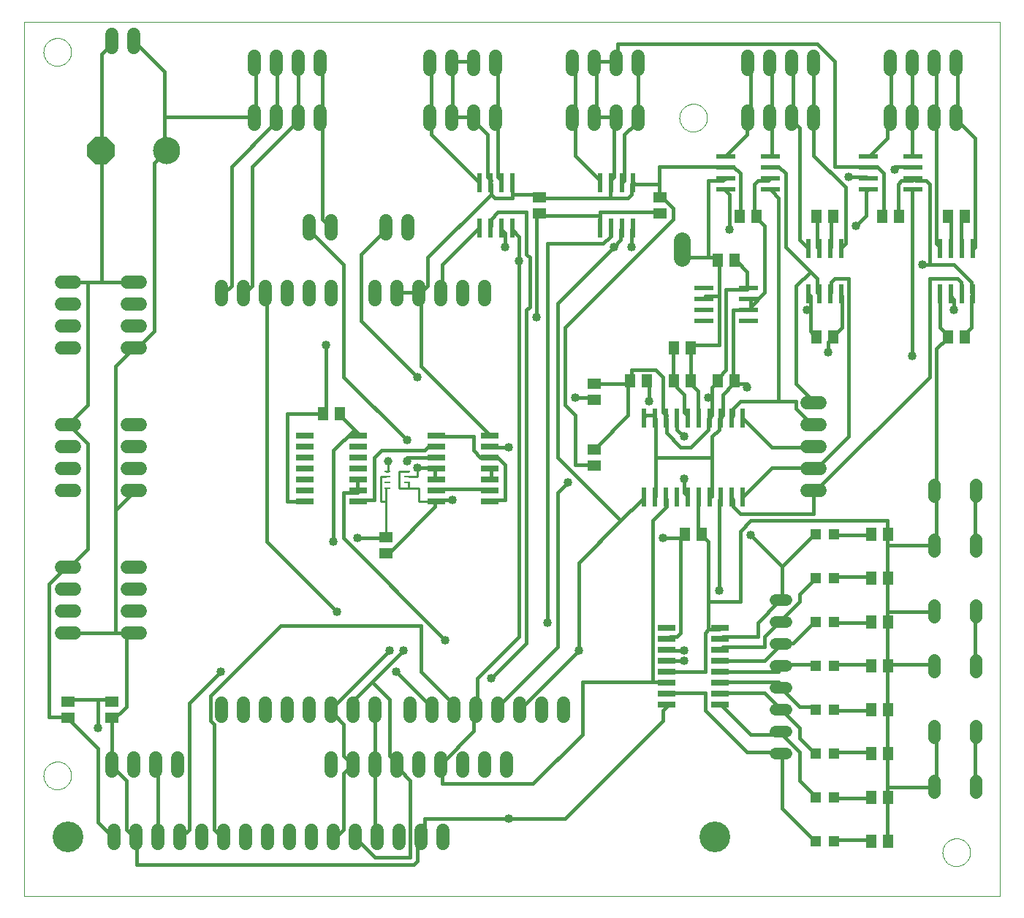
<source format=gtl>
G75*
G70*
%OFA0B0*%
%FSLAX24Y24*%
%IPPOS*%
%LPD*%
%AMOC8*
5,1,8,0,0,1.08239X$1,22.5*
%
%ADD10C,0.0000*%
%ADD11R,0.0236X0.0866*%
%ADD12R,0.0160X0.0080*%
%ADD13R,0.0866X0.0236*%
%ADD14C,0.0600*%
%ADD15R,0.0800X0.0260*%
%ADD16C,0.0554*%
%ADD17C,0.1400*%
%ADD18R,0.0591X0.0512*%
%ADD19R,0.0512X0.0591*%
%ADD20C,0.0780*%
%ADD21C,0.0520*%
%ADD22R,0.0472X0.0472*%
%ADD23OC8,0.1240*%
%ADD24C,0.1240*%
%ADD25C,0.0160*%
%ADD26C,0.0400*%
%ADD27C,0.0100*%
%ADD28C,0.0396*%
D10*
X000272Y000101D02*
X000272Y039971D01*
X044764Y039971D01*
X044764Y000101D01*
X000272Y000101D01*
X001142Y005601D02*
X001144Y005651D01*
X001150Y005701D01*
X001160Y005750D01*
X001174Y005798D01*
X001191Y005845D01*
X001212Y005890D01*
X001237Y005934D01*
X001265Y005975D01*
X001297Y006014D01*
X001331Y006051D01*
X001368Y006085D01*
X001408Y006115D01*
X001450Y006142D01*
X001494Y006166D01*
X001540Y006187D01*
X001587Y006203D01*
X001635Y006216D01*
X001685Y006225D01*
X001734Y006230D01*
X001785Y006231D01*
X001835Y006228D01*
X001884Y006221D01*
X001933Y006210D01*
X001981Y006195D01*
X002027Y006177D01*
X002072Y006155D01*
X002115Y006129D01*
X002156Y006100D01*
X002195Y006068D01*
X002231Y006033D01*
X002263Y005995D01*
X002293Y005955D01*
X002320Y005912D01*
X002343Y005868D01*
X002362Y005822D01*
X002378Y005774D01*
X002390Y005725D01*
X002398Y005676D01*
X002402Y005626D01*
X002402Y005576D01*
X002398Y005526D01*
X002390Y005477D01*
X002378Y005428D01*
X002362Y005380D01*
X002343Y005334D01*
X002320Y005290D01*
X002293Y005247D01*
X002263Y005207D01*
X002231Y005169D01*
X002195Y005134D01*
X002156Y005102D01*
X002115Y005073D01*
X002072Y005047D01*
X002027Y005025D01*
X001981Y005007D01*
X001933Y004992D01*
X001884Y004981D01*
X001835Y004974D01*
X001785Y004971D01*
X001734Y004972D01*
X001685Y004977D01*
X001635Y004986D01*
X001587Y004999D01*
X001540Y005015D01*
X001494Y005036D01*
X001450Y005060D01*
X001408Y005087D01*
X001368Y005117D01*
X001331Y005151D01*
X001297Y005188D01*
X001265Y005227D01*
X001237Y005268D01*
X001212Y005312D01*
X001191Y005357D01*
X001174Y005404D01*
X001160Y005452D01*
X001150Y005501D01*
X001144Y005551D01*
X001142Y005601D01*
X030142Y035601D02*
X030144Y035651D01*
X030150Y035701D01*
X030160Y035750D01*
X030174Y035798D01*
X030191Y035845D01*
X030212Y035890D01*
X030237Y035934D01*
X030265Y035975D01*
X030297Y036014D01*
X030331Y036051D01*
X030368Y036085D01*
X030408Y036115D01*
X030450Y036142D01*
X030494Y036166D01*
X030540Y036187D01*
X030587Y036203D01*
X030635Y036216D01*
X030685Y036225D01*
X030734Y036230D01*
X030785Y036231D01*
X030835Y036228D01*
X030884Y036221D01*
X030933Y036210D01*
X030981Y036195D01*
X031027Y036177D01*
X031072Y036155D01*
X031115Y036129D01*
X031156Y036100D01*
X031195Y036068D01*
X031231Y036033D01*
X031263Y035995D01*
X031293Y035955D01*
X031320Y035912D01*
X031343Y035868D01*
X031362Y035822D01*
X031378Y035774D01*
X031390Y035725D01*
X031398Y035676D01*
X031402Y035626D01*
X031402Y035576D01*
X031398Y035526D01*
X031390Y035477D01*
X031378Y035428D01*
X031362Y035380D01*
X031343Y035334D01*
X031320Y035290D01*
X031293Y035247D01*
X031263Y035207D01*
X031231Y035169D01*
X031195Y035134D01*
X031156Y035102D01*
X031115Y035073D01*
X031072Y035047D01*
X031027Y035025D01*
X030981Y035007D01*
X030933Y034992D01*
X030884Y034981D01*
X030835Y034974D01*
X030785Y034971D01*
X030734Y034972D01*
X030685Y034977D01*
X030635Y034986D01*
X030587Y034999D01*
X030540Y035015D01*
X030494Y035036D01*
X030450Y035060D01*
X030408Y035087D01*
X030368Y035117D01*
X030331Y035151D01*
X030297Y035188D01*
X030265Y035227D01*
X030237Y035268D01*
X030212Y035312D01*
X030191Y035357D01*
X030174Y035404D01*
X030160Y035452D01*
X030150Y035501D01*
X030144Y035551D01*
X030142Y035601D01*
X001142Y038601D02*
X001144Y038651D01*
X001150Y038701D01*
X001160Y038750D01*
X001174Y038798D01*
X001191Y038845D01*
X001212Y038890D01*
X001237Y038934D01*
X001265Y038975D01*
X001297Y039014D01*
X001331Y039051D01*
X001368Y039085D01*
X001408Y039115D01*
X001450Y039142D01*
X001494Y039166D01*
X001540Y039187D01*
X001587Y039203D01*
X001635Y039216D01*
X001685Y039225D01*
X001734Y039230D01*
X001785Y039231D01*
X001835Y039228D01*
X001884Y039221D01*
X001933Y039210D01*
X001981Y039195D01*
X002027Y039177D01*
X002072Y039155D01*
X002115Y039129D01*
X002156Y039100D01*
X002195Y039068D01*
X002231Y039033D01*
X002263Y038995D01*
X002293Y038955D01*
X002320Y038912D01*
X002343Y038868D01*
X002362Y038822D01*
X002378Y038774D01*
X002390Y038725D01*
X002398Y038676D01*
X002402Y038626D01*
X002402Y038576D01*
X002398Y038526D01*
X002390Y038477D01*
X002378Y038428D01*
X002362Y038380D01*
X002343Y038334D01*
X002320Y038290D01*
X002293Y038247D01*
X002263Y038207D01*
X002231Y038169D01*
X002195Y038134D01*
X002156Y038102D01*
X002115Y038073D01*
X002072Y038047D01*
X002027Y038025D01*
X001981Y038007D01*
X001933Y037992D01*
X001884Y037981D01*
X001835Y037974D01*
X001785Y037971D01*
X001734Y037972D01*
X001685Y037977D01*
X001635Y037986D01*
X001587Y037999D01*
X001540Y038015D01*
X001494Y038036D01*
X001450Y038060D01*
X001408Y038087D01*
X001368Y038117D01*
X001331Y038151D01*
X001297Y038188D01*
X001265Y038227D01*
X001237Y038268D01*
X001212Y038312D01*
X001191Y038357D01*
X001174Y038404D01*
X001160Y038452D01*
X001150Y038501D01*
X001144Y038551D01*
X001142Y038601D01*
X042142Y002101D02*
X042144Y002151D01*
X042150Y002201D01*
X042160Y002250D01*
X042174Y002298D01*
X042191Y002345D01*
X042212Y002390D01*
X042237Y002434D01*
X042265Y002475D01*
X042297Y002514D01*
X042331Y002551D01*
X042368Y002585D01*
X042408Y002615D01*
X042450Y002642D01*
X042494Y002666D01*
X042540Y002687D01*
X042587Y002703D01*
X042635Y002716D01*
X042685Y002725D01*
X042734Y002730D01*
X042785Y002731D01*
X042835Y002728D01*
X042884Y002721D01*
X042933Y002710D01*
X042981Y002695D01*
X043027Y002677D01*
X043072Y002655D01*
X043115Y002629D01*
X043156Y002600D01*
X043195Y002568D01*
X043231Y002533D01*
X043263Y002495D01*
X043293Y002455D01*
X043320Y002412D01*
X043343Y002368D01*
X043362Y002322D01*
X043378Y002274D01*
X043390Y002225D01*
X043398Y002176D01*
X043402Y002126D01*
X043402Y002076D01*
X043398Y002026D01*
X043390Y001977D01*
X043378Y001928D01*
X043362Y001880D01*
X043343Y001834D01*
X043320Y001790D01*
X043293Y001747D01*
X043263Y001707D01*
X043231Y001669D01*
X043195Y001634D01*
X043156Y001602D01*
X043115Y001573D01*
X043072Y001547D01*
X043027Y001525D01*
X042981Y001507D01*
X042933Y001492D01*
X042884Y001481D01*
X042835Y001474D01*
X042785Y001471D01*
X042734Y001472D01*
X042685Y001477D01*
X042635Y001486D01*
X042587Y001499D01*
X042540Y001515D01*
X042494Y001536D01*
X042450Y001560D01*
X042408Y001587D01*
X042368Y001617D01*
X042331Y001651D01*
X042297Y001688D01*
X042265Y001727D01*
X042237Y001768D01*
X042212Y001812D01*
X042191Y001857D01*
X042174Y001904D01*
X042160Y001952D01*
X042150Y002001D01*
X042144Y002051D01*
X042142Y002101D01*
D11*
X033022Y018290D03*
X032522Y018290D03*
X032022Y018290D03*
X031522Y018290D03*
X031022Y018290D03*
X030522Y018290D03*
X030022Y018290D03*
X029522Y018290D03*
X029022Y018290D03*
X028522Y018290D03*
X028522Y021912D03*
X029022Y021912D03*
X029522Y021912D03*
X030022Y021912D03*
X030522Y021912D03*
X031022Y021912D03*
X031522Y021912D03*
X032022Y021912D03*
X032522Y021912D03*
X033022Y021912D03*
X036022Y027577D03*
X036522Y027577D03*
X037022Y027577D03*
X037522Y027577D03*
X037522Y029624D03*
X037022Y029624D03*
X036522Y029624D03*
X036022Y029624D03*
X042022Y029624D03*
X042522Y029624D03*
X043022Y029624D03*
X043522Y029624D03*
X043522Y027577D03*
X043022Y027577D03*
X042522Y027577D03*
X042022Y027577D03*
X028022Y030577D03*
X027522Y030577D03*
X027022Y030577D03*
X026522Y030577D03*
X026522Y032624D03*
X027022Y032624D03*
X027522Y032624D03*
X028022Y032624D03*
X022522Y032624D03*
X022022Y032624D03*
X021522Y032624D03*
X021022Y032624D03*
X021022Y030577D03*
X021522Y030577D03*
X022022Y030577D03*
X022522Y030577D03*
D12*
X017784Y019485D03*
X017656Y019485D03*
X017656Y019229D03*
X017784Y019229D03*
X017784Y018973D03*
X017656Y018973D03*
X017656Y018717D03*
X017784Y018717D03*
X016888Y018717D03*
X016760Y018717D03*
X016760Y018973D03*
X016888Y018973D03*
X016888Y019229D03*
X016760Y019229D03*
X016760Y019485D03*
X016888Y019485D03*
D13*
X031249Y026351D03*
X031249Y026851D03*
X031249Y027351D03*
X031249Y027851D03*
X033296Y027851D03*
X033296Y027351D03*
X033296Y026851D03*
X033296Y026351D03*
X034296Y032351D03*
X034296Y032851D03*
X034296Y033351D03*
X034296Y033851D03*
X032249Y033851D03*
X032249Y033351D03*
X032249Y032851D03*
X032249Y032351D03*
X038749Y032351D03*
X038749Y032851D03*
X038749Y033351D03*
X038749Y033851D03*
X040796Y033851D03*
X040796Y033351D03*
X040796Y032851D03*
X040796Y032351D03*
D14*
X040772Y035301D02*
X040772Y035901D01*
X039772Y035901D02*
X039772Y035301D01*
X041772Y035301D02*
X041772Y035901D01*
X042772Y035901D02*
X042772Y035301D01*
X042772Y037801D02*
X042772Y038401D01*
X041772Y038401D02*
X041772Y037801D01*
X040772Y037801D02*
X040772Y038401D01*
X039772Y038401D02*
X039772Y037801D01*
X036272Y037801D02*
X036272Y038401D01*
X035272Y038401D02*
X035272Y037801D01*
X034272Y037801D02*
X034272Y038401D01*
X033272Y038401D02*
X033272Y037801D01*
X033272Y035901D02*
X033272Y035301D01*
X034272Y035301D02*
X034272Y035901D01*
X035272Y035901D02*
X035272Y035301D01*
X036272Y035301D02*
X036272Y035901D01*
X028272Y035901D02*
X028272Y035301D01*
X027272Y035301D02*
X027272Y035901D01*
X026272Y035901D02*
X026272Y035301D01*
X025272Y035301D02*
X025272Y035901D01*
X025272Y037801D02*
X025272Y038401D01*
X026272Y038401D02*
X026272Y037801D01*
X027272Y037801D02*
X027272Y038401D01*
X028272Y038401D02*
X028272Y037801D01*
X021772Y037801D02*
X021772Y038401D01*
X020772Y038401D02*
X020772Y037801D01*
X019772Y037801D02*
X019772Y038401D01*
X018772Y038401D02*
X018772Y037801D01*
X018772Y035901D02*
X018772Y035301D01*
X019772Y035301D02*
X019772Y035901D01*
X020772Y035901D02*
X020772Y035301D01*
X021772Y035301D02*
X021772Y035901D01*
X017772Y030901D02*
X017772Y030301D01*
X016772Y030301D02*
X016772Y030901D01*
X014272Y030901D02*
X014272Y030301D01*
X013272Y030301D02*
X013272Y030901D01*
X013272Y027901D02*
X013272Y027301D01*
X012272Y027301D02*
X012272Y027901D01*
X011272Y027901D02*
X011272Y027301D01*
X010272Y027301D02*
X010272Y027901D01*
X009272Y027901D02*
X009272Y027301D01*
X005572Y027101D02*
X004972Y027101D01*
X004972Y026101D02*
X005572Y026101D01*
X005572Y025101D02*
X004972Y025101D01*
X002572Y025101D02*
X001972Y025101D01*
X001972Y026101D02*
X002572Y026101D01*
X002572Y027101D02*
X001972Y027101D01*
X001972Y028101D02*
X002572Y028101D01*
X004972Y028101D02*
X005572Y028101D01*
X005572Y021601D02*
X004972Y021601D01*
X004972Y020601D02*
X005572Y020601D01*
X005572Y019601D02*
X004972Y019601D01*
X004972Y018601D02*
X005572Y018601D01*
X002572Y018601D02*
X001972Y018601D01*
X001972Y019601D02*
X002572Y019601D01*
X002572Y020601D02*
X001972Y020601D01*
X001972Y021601D02*
X002572Y021601D01*
X002572Y015101D02*
X001972Y015101D01*
X001972Y014101D02*
X002572Y014101D01*
X002572Y013101D02*
X001972Y013101D01*
X001972Y012101D02*
X002572Y012101D01*
X004972Y012101D02*
X005572Y012101D01*
X005572Y013101D02*
X004972Y013101D01*
X004972Y014101D02*
X005572Y014101D01*
X005572Y015101D02*
X004972Y015101D01*
X009272Y008901D02*
X009272Y008301D01*
X010272Y008301D02*
X010272Y008901D01*
X011272Y008901D02*
X011272Y008301D01*
X012272Y008301D02*
X012272Y008901D01*
X013272Y008901D02*
X013272Y008301D01*
X014272Y008301D02*
X014272Y008901D01*
X015272Y008901D02*
X015272Y008301D01*
X016272Y008301D02*
X016272Y008901D01*
X017872Y008901D02*
X017872Y008301D01*
X018872Y008301D02*
X018872Y008901D01*
X019872Y008901D02*
X019872Y008301D01*
X020872Y008301D02*
X020872Y008901D01*
X021872Y008901D02*
X021872Y008301D01*
X022872Y008301D02*
X022872Y008901D01*
X023872Y008901D02*
X023872Y008301D01*
X024872Y008301D02*
X024872Y008901D01*
X022272Y006401D02*
X022272Y005801D01*
X021272Y005801D02*
X021272Y006401D01*
X020272Y006401D02*
X020272Y005801D01*
X019272Y005801D02*
X019272Y006401D01*
X018272Y006401D02*
X018272Y005801D01*
X017272Y005801D02*
X017272Y006401D01*
X016272Y006401D02*
X016272Y005801D01*
X015272Y005801D02*
X015272Y006401D01*
X014272Y006401D02*
X014272Y005801D01*
X014372Y003101D02*
X014372Y002501D01*
X013372Y002501D02*
X013372Y003101D01*
X012372Y003101D02*
X012372Y002501D01*
X011372Y002501D02*
X011372Y003101D01*
X010372Y003101D02*
X010372Y002501D01*
X009372Y002501D02*
X009372Y003101D01*
X008372Y003101D02*
X008372Y002501D01*
X007372Y002501D02*
X007372Y003101D01*
X006372Y003101D02*
X006372Y002501D01*
X005372Y002501D02*
X005372Y003101D01*
X004372Y003101D02*
X004372Y002501D01*
X004272Y005801D02*
X004272Y006401D01*
X005272Y006401D02*
X005272Y005801D01*
X006272Y005801D02*
X006272Y006401D01*
X007272Y006401D02*
X007272Y005801D01*
X015372Y003101D02*
X015372Y002501D01*
X016372Y002501D02*
X016372Y003101D01*
X017372Y003101D02*
X017372Y002501D01*
X018372Y002501D02*
X018372Y003101D01*
X019372Y003101D02*
X019372Y002501D01*
X035972Y018601D02*
X036572Y018601D01*
X036572Y019601D02*
X035972Y019601D01*
X035972Y020601D02*
X036572Y020601D01*
X036572Y021601D02*
X035972Y021601D01*
X035972Y022601D02*
X036572Y022601D01*
X021272Y027301D02*
X021272Y027901D01*
X020272Y027901D02*
X020272Y027301D01*
X019272Y027301D02*
X019272Y027901D01*
X018272Y027901D02*
X018272Y027301D01*
X017272Y027301D02*
X017272Y027901D01*
X016272Y027901D02*
X016272Y027301D01*
X014272Y027301D02*
X014272Y027901D01*
X013772Y035301D02*
X013772Y035901D01*
X012772Y035901D02*
X012772Y035301D01*
X011772Y035301D02*
X011772Y035901D01*
X010772Y035901D02*
X010772Y035301D01*
X010772Y037801D02*
X010772Y038401D01*
X011772Y038401D02*
X011772Y037801D01*
X012772Y037801D02*
X012772Y038401D01*
X013772Y038401D02*
X013772Y037801D01*
X005272Y038801D02*
X005272Y039401D01*
X004272Y039401D02*
X004272Y038801D01*
D15*
X013062Y021101D03*
X013062Y020601D03*
X013062Y020101D03*
X013062Y019601D03*
X013062Y019101D03*
X013062Y018601D03*
X013062Y018101D03*
X015482Y018101D03*
X015482Y018601D03*
X015482Y019101D03*
X015482Y019601D03*
X015482Y020101D03*
X015482Y020601D03*
X015482Y021101D03*
X019062Y021101D03*
X019062Y020601D03*
X019062Y020101D03*
X019062Y019601D03*
X019062Y019101D03*
X019062Y018601D03*
X019062Y018101D03*
X021482Y018101D03*
X021482Y018601D03*
X021482Y019101D03*
X021482Y019601D03*
X021482Y020101D03*
X021482Y020601D03*
X021482Y021101D03*
X029562Y012351D03*
X029562Y011851D03*
X029562Y011351D03*
X029562Y010851D03*
X029562Y010351D03*
X029562Y009851D03*
X029562Y009351D03*
X029562Y008851D03*
X031982Y008851D03*
X031982Y009351D03*
X031982Y009851D03*
X031982Y010351D03*
X031982Y010851D03*
X031982Y011351D03*
X031982Y011851D03*
X031982Y012351D03*
D16*
X041772Y012824D02*
X041772Y013378D01*
X043647Y013378D02*
X043647Y012824D01*
X043647Y010878D02*
X043647Y010324D01*
X041772Y010324D02*
X041772Y010878D01*
X041772Y007878D02*
X041772Y007324D01*
X043647Y007324D02*
X043647Y007878D01*
X043647Y005378D02*
X043647Y004824D01*
X041772Y004824D02*
X041772Y005378D01*
X041772Y015824D02*
X041772Y016378D01*
X043647Y016378D02*
X043647Y015824D01*
X043647Y018324D02*
X043647Y018878D01*
X041772Y018878D02*
X041772Y018324D01*
D17*
X031772Y002801D03*
X002272Y002801D03*
D18*
X002272Y008227D03*
X002272Y008975D03*
X004272Y008975D03*
X004272Y008227D03*
X016772Y015727D03*
X016772Y016475D03*
X026272Y019727D03*
X026272Y020475D03*
X026272Y022727D03*
X026272Y023475D03*
X023772Y031227D03*
X023772Y031975D03*
X029272Y031975D03*
X029272Y031227D03*
D19*
X031898Y029101D03*
X032646Y029101D03*
X032898Y031101D03*
X033646Y031101D03*
X036398Y031101D03*
X037146Y031101D03*
X039398Y031101D03*
X040146Y031101D03*
X042398Y031101D03*
X043146Y031101D03*
X043146Y025601D03*
X042398Y025601D03*
X037146Y025601D03*
X036398Y025601D03*
X032646Y023601D03*
X031898Y023601D03*
X030646Y023601D03*
X029898Y023601D03*
X028646Y023601D03*
X027898Y023601D03*
X029898Y025101D03*
X030646Y025101D03*
X030398Y016601D03*
X031146Y016601D03*
X038898Y016601D03*
X039646Y016601D03*
X039646Y014601D03*
X038898Y014601D03*
X038898Y012601D03*
X039646Y012601D03*
X039646Y010601D03*
X038898Y010601D03*
X038898Y008601D03*
X039646Y008601D03*
X039646Y006601D03*
X038898Y006601D03*
X038898Y004601D03*
X039646Y004601D03*
X039646Y002601D03*
X038898Y002601D03*
X014646Y022101D03*
X013898Y022101D03*
D20*
X030272Y029211D02*
X030272Y029991D01*
D21*
X034512Y013601D02*
X035032Y013601D01*
X035032Y012601D02*
X034512Y012601D01*
X034512Y011601D02*
X035032Y011601D01*
X035032Y010601D02*
X034512Y010601D01*
X034512Y009601D02*
X035032Y009601D01*
X035032Y008601D02*
X034512Y008601D01*
X034512Y007601D02*
X035032Y007601D01*
X035032Y006601D02*
X034512Y006601D01*
D22*
X036359Y006601D03*
X037186Y006601D03*
X037186Y008601D03*
X036359Y008601D03*
X036359Y010601D03*
X037186Y010601D03*
X037186Y012601D03*
X036359Y012601D03*
X036359Y014601D03*
X037186Y014601D03*
X037186Y016601D03*
X036359Y016601D03*
X036359Y004601D03*
X037186Y004601D03*
X037186Y002601D03*
X036359Y002601D03*
D23*
X003772Y034101D03*
D24*
X006772Y034101D03*
D25*
X006672Y034021D01*
X006192Y033541D01*
X006192Y025861D01*
X005392Y025061D01*
X005272Y025101D01*
X004432Y024261D01*
X004432Y017701D01*
X004432Y012101D01*
X002272Y012101D01*
X004432Y012101D02*
X004912Y012101D01*
X004912Y008741D01*
X004272Y008101D01*
X004272Y008227D01*
X004272Y008101D02*
X004272Y006101D01*
X004272Y006021D01*
X004912Y005381D01*
X004912Y003141D01*
X005232Y002821D01*
X005372Y002801D01*
X005392Y002661D01*
X005392Y001541D01*
X018032Y001541D01*
X018192Y001701D01*
X018192Y002501D01*
X018352Y002661D01*
X018372Y002801D01*
X018512Y002821D01*
X018512Y003621D01*
X022352Y003621D01*
X024912Y003621D01*
X029392Y008101D01*
X029392Y008581D01*
X029552Y008741D01*
X029562Y008851D01*
X029562Y009351D02*
X029712Y009381D01*
X031312Y009381D01*
X031312Y008581D01*
X033232Y006661D01*
X034672Y006661D01*
X034772Y006601D01*
X034832Y006501D01*
X034832Y004101D01*
X036272Y002661D01*
X036359Y002601D01*
X037186Y002601D02*
X037232Y002661D01*
X038832Y002661D01*
X038898Y002601D01*
X039632Y002661D02*
X039646Y002601D01*
X039632Y002661D02*
X039632Y004581D01*
X039646Y004601D01*
X039632Y004741D01*
X039632Y005061D01*
X041712Y005061D01*
X041772Y005101D01*
X041872Y005221D01*
X041872Y007461D01*
X041772Y007601D01*
X043632Y007461D02*
X043647Y007601D01*
X043632Y007461D02*
X043632Y005221D01*
X043647Y005101D01*
X039632Y005061D02*
X039632Y006501D01*
X039646Y006601D01*
X039632Y006661D01*
X039632Y008581D01*
X039646Y008601D01*
X039632Y008741D01*
X039632Y010501D01*
X039646Y010601D01*
X039632Y010661D01*
X039632Y012581D01*
X039646Y012601D01*
X039632Y012741D01*
X039632Y013061D01*
X041712Y013061D01*
X041772Y013101D01*
X043632Y013061D02*
X043647Y013101D01*
X043632Y013061D02*
X043632Y010661D01*
X043647Y010601D01*
X041772Y010601D02*
X041712Y010661D01*
X039792Y010661D01*
X039646Y010601D01*
X038898Y010601D02*
X038832Y010661D01*
X037232Y010661D01*
X037186Y010601D01*
X036359Y010601D02*
X036272Y010661D01*
X034832Y010661D01*
X034772Y010601D01*
X034672Y010501D01*
X034672Y010341D01*
X032112Y010341D01*
X031982Y010351D01*
X031982Y009851D02*
X032112Y009861D01*
X034672Y009861D01*
X034672Y009701D01*
X034772Y009601D01*
X035632Y008741D01*
X036272Y008741D01*
X036359Y008601D01*
X037186Y008601D02*
X037232Y008581D01*
X038832Y008581D01*
X038898Y008601D01*
X038832Y006661D02*
X037232Y006661D01*
X037186Y006601D01*
X036359Y006601D02*
X036272Y006661D01*
X035632Y007301D01*
X035632Y007781D01*
X034832Y008581D01*
X034772Y008601D01*
X034672Y008741D01*
X034032Y009381D01*
X032112Y009381D01*
X031982Y009351D01*
X031982Y008851D02*
X032112Y008741D01*
X033392Y007461D01*
X034672Y007461D01*
X034772Y007601D01*
X034832Y007461D01*
X035632Y006661D01*
X035632Y005381D01*
X036272Y004741D01*
X036359Y004601D01*
X037186Y004601D02*
X037232Y004581D01*
X038832Y004581D01*
X038898Y004601D01*
X038898Y006601D02*
X038832Y006661D01*
X034672Y011461D02*
X034032Y010821D01*
X032112Y010821D01*
X031982Y010851D01*
X031982Y011351D02*
X032112Y011461D01*
X034032Y011461D01*
X034032Y011941D01*
X034672Y012581D01*
X034772Y012601D01*
X034832Y012741D01*
X035632Y013541D01*
X035632Y013861D01*
X036272Y014501D01*
X036359Y014601D01*
X037186Y014601D02*
X037232Y014661D01*
X038832Y014661D01*
X038898Y014601D01*
X039632Y014661D02*
X039646Y014601D01*
X039632Y014501D01*
X039632Y013061D01*
X038898Y012601D02*
X038832Y012581D01*
X037232Y012581D01*
X037186Y012601D01*
X036359Y012601D02*
X036272Y012581D01*
X035312Y011621D01*
X034832Y011621D01*
X034772Y011601D01*
X034672Y011461D01*
X033712Y011941D02*
X033712Y012581D01*
X034672Y013541D01*
X034772Y013601D01*
X034832Y013701D01*
X034832Y015141D01*
X033392Y016581D01*
X032912Y016741D02*
X033392Y017221D01*
X039632Y017221D01*
X039632Y016741D01*
X039646Y016601D01*
X039632Y016581D01*
X039632Y016101D01*
X041772Y016101D01*
X041872Y016101D01*
X041872Y018501D01*
X041772Y018601D01*
X041872Y018661D01*
X041872Y025061D01*
X042352Y025541D01*
X042398Y025601D01*
X042352Y025701D01*
X042032Y026021D01*
X042032Y027461D01*
X042022Y027577D01*
X042522Y027577D02*
X042512Y027461D01*
X042672Y027301D01*
X042672Y026821D01*
X043022Y027577D02*
X042992Y027621D01*
X042992Y028101D01*
X042832Y028261D01*
X041552Y028261D01*
X041552Y023781D01*
X036272Y018501D01*
X036272Y018601D01*
X036272Y018501D02*
X036272Y017541D01*
X032912Y017541D01*
X032592Y017861D01*
X032592Y018181D01*
X032522Y018290D01*
X033022Y018290D02*
X033072Y018341D01*
X034352Y019621D01*
X036272Y019621D01*
X036272Y019601D01*
X036272Y019461D01*
X037872Y021061D01*
X037872Y028261D01*
X037232Y028261D01*
X037072Y028101D01*
X037072Y027621D01*
X037022Y027577D01*
X036522Y027577D02*
X036432Y027621D01*
X036432Y028261D01*
X036112Y028581D01*
X035472Y027941D01*
X035472Y023461D01*
X036272Y022661D01*
X036272Y022601D01*
X035472Y022661D02*
X035472Y022341D01*
X036272Y021541D01*
X036272Y021601D01*
X036272Y020601D02*
X036272Y020581D01*
X034352Y020581D01*
X033072Y021861D01*
X033022Y021912D01*
X032592Y022021D02*
X032592Y022341D01*
X032912Y022661D01*
X034672Y022661D01*
X034672Y031941D01*
X034352Y032261D01*
X034296Y032351D01*
X034192Y032741D02*
X033712Y032741D01*
X033552Y032581D01*
X033552Y031141D01*
X033646Y031101D01*
X033712Y030981D01*
X034032Y030661D01*
X034032Y027621D01*
X033392Y026981D01*
X033392Y026821D01*
X033296Y026851D01*
X033232Y026821D01*
X032592Y026821D01*
X032592Y023621D01*
X032646Y023601D01*
X032752Y023461D01*
X033232Y023461D01*
X033232Y023301D01*
X032646Y023601D02*
X032592Y023461D01*
X032112Y022981D01*
X032112Y022021D01*
X032022Y021912D01*
X031952Y021861D01*
X031952Y021381D01*
X031632Y021061D01*
X031632Y020101D01*
X029072Y020101D01*
X029072Y018341D01*
X029022Y018290D01*
X028522Y018290D02*
X028432Y018181D01*
X027472Y017221D01*
X024592Y020101D01*
X024592Y027141D01*
X027152Y029701D01*
X027472Y030021D01*
X027472Y030501D01*
X027522Y030577D01*
X027952Y030501D02*
X028022Y030577D01*
X027952Y030501D02*
X027952Y029701D01*
X026992Y030181D02*
X026992Y030501D01*
X027022Y030577D01*
X026992Y030181D02*
X026672Y029861D01*
X024112Y029861D01*
X024112Y012581D01*
X023152Y011621D02*
X021552Y010021D01*
X020912Y010021D02*
X020912Y008741D01*
X020872Y008601D01*
X020752Y008581D01*
X020752Y007621D01*
X019312Y006181D01*
X019272Y006101D01*
X019312Y006021D01*
X019312Y005221D01*
X023472Y005221D01*
X025712Y007461D01*
X025712Y009861D01*
X028912Y009861D01*
X028912Y017221D01*
X029552Y017861D01*
X029552Y018181D01*
X029522Y018290D01*
X030352Y018501D02*
X030352Y019141D01*
X030352Y018501D02*
X030512Y018341D01*
X030522Y018290D01*
X030992Y018181D02*
X031022Y018290D01*
X030992Y018181D02*
X030992Y016741D01*
X031146Y016601D01*
X031152Y016581D01*
X031472Y016261D01*
X031472Y013541D01*
X032912Y013541D01*
X032912Y016741D01*
X031952Y018181D02*
X032022Y018290D01*
X031952Y018181D02*
X031952Y014021D01*
X031472Y013541D02*
X031472Y012261D01*
X031952Y012261D01*
X031982Y012351D01*
X032112Y011941D02*
X031982Y011851D01*
X032112Y011941D02*
X033712Y011941D01*
X031472Y012261D02*
X031312Y012101D01*
X031312Y010341D01*
X029712Y010341D01*
X029562Y010351D01*
X029552Y009861D02*
X028912Y009861D01*
X029552Y009861D02*
X029562Y009851D01*
X029712Y010821D02*
X029562Y010851D01*
X029712Y010821D02*
X030352Y010821D01*
X030352Y011301D02*
X029712Y011301D01*
X029562Y011351D01*
X029562Y011851D02*
X029712Y011941D01*
X030032Y011941D01*
X030192Y012101D01*
X030192Y016421D01*
X030398Y016601D01*
X030352Y016581D01*
X030192Y016421D01*
X029392Y016421D01*
X027472Y017221D02*
X025552Y015301D01*
X025552Y011301D01*
X022992Y008741D01*
X022872Y008601D01*
X021872Y008601D02*
X021872Y008741D01*
X024592Y011461D01*
X024592Y018501D01*
X025072Y018981D01*
X025392Y019781D02*
X025392Y022021D01*
X024912Y022501D01*
X024912Y026021D01*
X029872Y030981D01*
X029872Y031461D01*
X029392Y031941D01*
X029272Y031975D01*
X029232Y032101D01*
X029232Y032581D01*
X029232Y033381D01*
X032112Y033381D01*
X032249Y033351D01*
X032272Y033381D01*
X032592Y033381D01*
X032912Y033061D01*
X032912Y031141D01*
X032898Y031101D01*
X032432Y030501D02*
X032432Y032101D01*
X032272Y032261D01*
X032249Y032351D01*
X032112Y032741D02*
X032249Y032851D01*
X032112Y032741D02*
X031472Y032741D01*
X031472Y029221D01*
X031792Y029221D01*
X031898Y029101D01*
X031952Y029061D01*
X031952Y027461D01*
X031952Y025221D01*
X030672Y025221D01*
X030646Y025101D01*
X030672Y025061D01*
X030672Y023621D01*
X030646Y023601D01*
X030672Y023461D01*
X030992Y023141D01*
X030992Y022021D01*
X031022Y021912D01*
X031472Y021861D02*
X031472Y021381D01*
X030672Y020581D01*
X030192Y020581D01*
X029552Y021221D01*
X029552Y021861D01*
X029522Y021912D01*
X029552Y022021D01*
X029392Y022181D01*
X029392Y023781D01*
X029072Y024101D01*
X027952Y024101D01*
X027952Y023621D01*
X027898Y023601D01*
X027792Y023461D01*
X026352Y023461D01*
X026272Y023475D01*
X026192Y022821D02*
X025392Y022821D01*
X026192Y022821D02*
X026272Y022727D01*
X027792Y022021D02*
X027792Y023461D01*
X028646Y023601D02*
X028752Y023461D01*
X028752Y022661D01*
X028592Y022021D02*
X028522Y021912D01*
X028592Y022021D02*
X028912Y022021D01*
X029022Y021912D01*
X029072Y021861D01*
X029072Y020101D01*
X030032Y021381D02*
X030032Y021861D01*
X030022Y021912D01*
X030352Y022181D02*
X030352Y022981D01*
X030032Y023301D01*
X030032Y023461D01*
X029898Y023601D01*
X029872Y023621D01*
X029872Y025061D01*
X029898Y025101D01*
X031952Y023781D02*
X031952Y023621D01*
X031898Y023601D01*
X031792Y023461D01*
X031632Y023301D01*
X031632Y022821D01*
X031472Y022821D01*
X031632Y022821D02*
X031632Y022021D01*
X031522Y021912D01*
X031472Y021861D01*
X030522Y021912D02*
X030512Y022021D01*
X030352Y022181D01*
X030032Y021381D02*
X030352Y021061D01*
X031632Y020101D02*
X031632Y018341D01*
X031522Y018290D01*
X034832Y015141D02*
X036272Y016581D01*
X036359Y016601D01*
X037186Y016601D02*
X037232Y016581D01*
X038832Y016581D01*
X038898Y016601D01*
X039632Y016101D02*
X039632Y014661D01*
X043632Y016101D02*
X043647Y016101D01*
X043632Y016101D02*
X043632Y018501D01*
X043647Y018601D01*
X040752Y024741D02*
X040752Y032261D01*
X040796Y032351D01*
X040752Y032741D02*
X040272Y032741D01*
X040112Y032581D01*
X040112Y031141D01*
X040146Y031101D01*
X039472Y031141D02*
X039398Y031101D01*
X039472Y031141D02*
X039472Y033061D01*
X039152Y033381D01*
X038832Y033381D01*
X038749Y033351D01*
X038672Y033381D01*
X037232Y033381D01*
X037232Y038181D01*
X036432Y038981D01*
X027312Y038981D01*
X027312Y038181D01*
X027272Y038101D01*
X027152Y038181D01*
X026352Y038181D01*
X026272Y038101D01*
X026352Y038021D01*
X026352Y035621D01*
X026272Y035601D01*
X026352Y035621D02*
X027152Y035621D01*
X027272Y035601D01*
X027152Y035461D01*
X027152Y032901D01*
X026992Y032741D01*
X027022Y032624D01*
X026992Y032581D01*
X026992Y031941D01*
X027792Y031941D01*
X027952Y032101D01*
X027952Y032581D01*
X028022Y032624D01*
X028112Y032581D01*
X029232Y032581D01*
X029232Y031301D02*
X029272Y031227D01*
X029232Y031301D02*
X026512Y031301D01*
X026512Y031141D01*
X026512Y030661D01*
X026522Y030577D01*
X026512Y031141D02*
X023792Y031141D01*
X023772Y031227D01*
X023632Y031141D01*
X023632Y026501D01*
X023152Y026821D02*
X023312Y026981D01*
X023312Y029221D01*
X023152Y029381D01*
X023152Y031301D01*
X021872Y031301D01*
X021552Y030981D01*
X021552Y030661D01*
X021522Y030577D01*
X021022Y030577D02*
X020912Y030501D01*
X019312Y028901D01*
X019312Y027621D01*
X019272Y027601D01*
X018672Y027941D02*
X018672Y029221D01*
X021552Y032101D01*
X021712Y031941D01*
X022512Y031941D01*
X022512Y032101D01*
X022512Y032581D01*
X022522Y032624D01*
X022022Y032624D02*
X022032Y032741D01*
X021872Y032901D01*
X021872Y035461D01*
X021772Y035601D01*
X021872Y035621D01*
X021872Y038021D01*
X021772Y038101D01*
X020772Y038101D02*
X020752Y038181D01*
X019792Y038181D01*
X019772Y038101D01*
X019792Y038021D01*
X019792Y035621D01*
X019772Y035601D01*
X019792Y035621D02*
X020752Y035621D01*
X020772Y035601D01*
X020912Y035461D01*
X020912Y035301D01*
X021392Y034821D01*
X021392Y032901D01*
X021552Y032741D01*
X021522Y032624D01*
X021552Y032581D01*
X021552Y032101D01*
X021022Y032624D02*
X020912Y032741D01*
X018832Y034821D01*
X018832Y035461D01*
X018772Y035601D01*
X018832Y035621D01*
X018832Y038021D01*
X018772Y038101D01*
X013872Y038021D02*
X013872Y035621D01*
X013772Y035601D01*
X013872Y035461D01*
X013872Y030981D01*
X014192Y030661D01*
X014272Y030601D01*
X013392Y030501D02*
X013392Y030341D01*
X014832Y028901D01*
X014832Y023781D01*
X017712Y020901D01*
X017712Y020101D02*
X019062Y020101D01*
X018992Y020581D02*
X018672Y020581D01*
X018512Y020421D01*
X016552Y020421D01*
X016232Y020101D01*
X016232Y018181D01*
X015632Y018181D01*
X015482Y018101D01*
X015472Y018501D02*
X015482Y018601D01*
X015472Y018661D01*
X015472Y018981D01*
X015482Y019101D01*
X015472Y018501D02*
X014832Y018501D01*
X014832Y016421D01*
X019472Y011781D01*
X018352Y012421D02*
X018352Y010341D01*
X019792Y008901D01*
X019792Y008741D01*
X019872Y008601D01*
X018872Y008601D02*
X018832Y008741D01*
X017232Y010341D01*
X016912Y011301D02*
X014352Y008741D01*
X014272Y008601D01*
X014352Y008581D01*
X014352Y008421D01*
X014832Y007941D01*
X014832Y006501D01*
X015152Y006181D01*
X015272Y006101D01*
X015152Y006021D01*
X014832Y005701D01*
X014832Y003141D01*
X014512Y002821D01*
X014372Y002801D01*
X015372Y002801D02*
X015472Y002661D01*
X016272Y001861D01*
X017872Y001861D01*
X017872Y005381D01*
X017392Y005861D01*
X017392Y006021D01*
X017272Y006101D01*
X017232Y006181D01*
X016912Y006501D01*
X016912Y009061D01*
X016112Y009861D01*
X017552Y011301D01*
X018352Y012421D02*
X011952Y012421D01*
X008752Y009221D01*
X008752Y008101D01*
X008912Y007941D01*
X008912Y003141D01*
X009232Y002821D01*
X009372Y002801D01*
X007792Y003141D02*
X007792Y008901D01*
X009232Y010341D01*
X005272Y012101D02*
X005232Y012101D01*
X005272Y012101D02*
X004912Y012101D01*
X002352Y015141D02*
X002272Y015101D01*
X002192Y015141D01*
X001392Y014341D01*
X001392Y008261D01*
X002192Y008261D01*
X002272Y008227D01*
X002352Y008101D01*
X003632Y006821D01*
X003632Y003461D01*
X004272Y002821D01*
X004372Y002801D01*
X006352Y002821D02*
X006372Y002801D01*
X006352Y002821D02*
X006352Y006021D01*
X006272Y006101D01*
X003632Y007781D02*
X003632Y009061D01*
X002352Y009061D01*
X002272Y008975D01*
X003632Y009061D02*
X004272Y009061D01*
X004272Y008975D01*
X002352Y015141D02*
X003152Y015941D01*
X003152Y020741D01*
X002352Y021541D01*
X002272Y021601D01*
X002352Y021701D01*
X003152Y022501D01*
X003152Y028101D01*
X002272Y028101D01*
X003152Y028101D02*
X003792Y028101D01*
X003792Y034021D01*
X003772Y034101D01*
X003792Y034181D01*
X003792Y038501D01*
X004272Y038981D01*
X004272Y039101D01*
X005272Y039101D02*
X006672Y037701D01*
X006672Y035621D01*
X010672Y035621D01*
X010772Y035601D01*
X010832Y035621D01*
X010832Y038021D01*
X010772Y038101D01*
X011772Y038101D02*
X011792Y038021D01*
X011792Y035621D01*
X011772Y035601D01*
X011632Y035461D01*
X011632Y035301D01*
X009712Y033381D01*
X009712Y027941D01*
X009392Y027621D01*
X009272Y027601D01*
X010272Y027601D02*
X010352Y027621D01*
X010672Y027941D01*
X010672Y033381D01*
X012752Y035461D01*
X012772Y035601D01*
X012752Y035621D01*
X012752Y038021D01*
X012772Y038101D01*
X013772Y038101D02*
X013872Y038021D01*
X006672Y035621D02*
X006672Y034181D01*
X006772Y034101D01*
X005272Y028101D02*
X003792Y028101D01*
X011272Y027601D02*
X011312Y027461D01*
X011312Y016261D01*
X014512Y013061D01*
X016772Y015727D02*
X016912Y015781D01*
X018992Y017861D01*
X018992Y018021D01*
X019062Y018101D01*
X019152Y018181D01*
X019792Y018181D01*
X019152Y018661D02*
X019062Y018601D01*
X019152Y018661D02*
X021392Y018661D01*
X021482Y018601D01*
X021552Y018181D02*
X021482Y018101D01*
X021552Y018181D02*
X022192Y018181D01*
X022192Y019781D01*
X021872Y020101D01*
X021482Y020101D01*
X021072Y020101D01*
X020752Y020421D01*
X020752Y021061D01*
X019152Y021061D01*
X019062Y021101D01*
X019062Y020601D02*
X018992Y020581D01*
X018992Y019621D02*
X018192Y019621D01*
X017712Y019941D02*
X017712Y020101D01*
X018992Y019621D02*
X018992Y019141D01*
X019062Y019101D01*
X019062Y019601D02*
X018992Y019621D01*
X021482Y019601D02*
X021552Y019621D01*
X021552Y019141D01*
X021482Y019101D01*
X021552Y020581D02*
X021482Y020601D01*
X021552Y020581D02*
X022352Y020581D01*
X021482Y021101D02*
X021392Y021221D01*
X018352Y024261D01*
X018352Y027461D01*
X018272Y027601D01*
X018352Y027621D01*
X018672Y027941D01*
X018272Y027601D02*
X018192Y027621D01*
X017392Y027621D01*
X017272Y027601D01*
X015632Y026341D02*
X015632Y029381D01*
X016752Y030501D01*
X016772Y030601D01*
X013392Y030501D02*
X013272Y030601D01*
X015632Y026341D02*
X018192Y023781D01*
X015472Y021221D02*
X015482Y021101D01*
X015472Y021221D02*
X015312Y021381D01*
X014352Y020421D01*
X014352Y016261D01*
X015472Y016421D02*
X016752Y016421D01*
X016772Y016475D01*
X013062Y018101D02*
X012272Y018101D01*
X012272Y022101D01*
X013898Y022101D01*
X014032Y022181D01*
X014032Y025221D01*
X014646Y022101D02*
X014672Y022021D01*
X015312Y021381D01*
X023152Y026821D02*
X023152Y011621D01*
X022832Y011941D02*
X020912Y010021D01*
X022832Y011941D02*
X022832Y029061D01*
X022832Y030181D01*
X022512Y030501D01*
X022522Y030577D01*
X022192Y030341D02*
X022192Y029701D01*
X022192Y030341D02*
X022032Y030501D01*
X022022Y030577D01*
X022512Y032101D02*
X023632Y032101D01*
X023772Y031975D01*
X023792Y031941D01*
X026992Y031941D01*
X026522Y032624D02*
X026512Y032741D01*
X025392Y033861D01*
X025392Y035461D01*
X025272Y035601D01*
X025392Y035621D01*
X025392Y038021D01*
X025272Y038101D01*
X028272Y038101D02*
X028272Y035621D01*
X028272Y035601D01*
X028272Y035621D02*
X028112Y035461D01*
X028112Y035301D01*
X027632Y034821D01*
X027632Y032741D01*
X027522Y032624D01*
X030272Y029601D02*
X030352Y029541D01*
X030352Y029221D01*
X031472Y029221D01*
X032646Y029101D02*
X032752Y029061D01*
X033232Y028581D01*
X033232Y027941D01*
X033296Y027851D01*
X033232Y027781D01*
X032272Y027781D01*
X032272Y024101D01*
X031952Y023781D01*
X032592Y022021D02*
X032522Y021912D01*
X034672Y022661D02*
X035472Y022661D01*
X036912Y024901D02*
X036912Y025381D01*
X037072Y025541D01*
X037146Y025601D01*
X037232Y025701D01*
X037552Y026021D01*
X037552Y027461D01*
X037522Y027577D01*
X036112Y027461D02*
X036112Y026821D01*
X035952Y026821D01*
X036112Y026821D02*
X036112Y025861D01*
X036272Y025701D01*
X036398Y025601D01*
X036112Y027461D02*
X036022Y027577D01*
X036112Y028581D02*
X034992Y029701D01*
X034992Y033061D01*
X034672Y033381D01*
X034352Y033381D01*
X034296Y033351D01*
X034296Y033851D02*
X034352Y033861D01*
X034352Y035461D01*
X034272Y035601D01*
X034352Y035621D01*
X034352Y038021D01*
X034272Y038101D01*
X033392Y038021D02*
X033272Y038101D01*
X033392Y038021D02*
X033392Y035621D01*
X033272Y035601D01*
X033232Y035461D01*
X033232Y034821D01*
X032272Y033861D01*
X032249Y033851D01*
X034192Y032741D02*
X034296Y032851D01*
X036272Y033861D02*
X036272Y035601D01*
X036272Y038101D01*
X035312Y038021D02*
X035272Y038101D01*
X035312Y038021D02*
X035312Y035621D01*
X035272Y035601D01*
X035312Y035461D01*
X035632Y035141D01*
X035632Y030021D01*
X035952Y029701D01*
X036022Y029624D01*
X036432Y029701D02*
X036522Y029624D01*
X036432Y029701D02*
X036432Y030981D01*
X036398Y031101D01*
X037072Y030981D02*
X037146Y031101D01*
X037072Y030981D02*
X037072Y029701D01*
X037022Y029624D01*
X037522Y029624D02*
X037552Y029701D01*
X037712Y029861D01*
X037712Y032421D01*
X036272Y033861D01*
X037872Y032901D02*
X038672Y032901D01*
X038749Y032851D01*
X038749Y032351D02*
X038672Y032261D01*
X038672Y031141D01*
X038192Y030661D01*
X039952Y033221D02*
X039952Y033381D01*
X040752Y033381D01*
X040796Y033351D01*
X040796Y033851D02*
X040752Y033861D01*
X040752Y035461D01*
X040772Y035601D01*
X040752Y035621D01*
X040752Y038021D01*
X040772Y038101D01*
X039792Y038021D02*
X039772Y038101D01*
X039792Y038021D02*
X039792Y035621D01*
X039772Y035601D01*
X039632Y035461D01*
X039632Y034661D01*
X038832Y033861D01*
X038749Y033851D01*
X040796Y032851D02*
X040912Y032741D01*
X041392Y032741D01*
X041552Y032581D01*
X041552Y028901D01*
X041232Y028901D01*
X041552Y028901D02*
X042672Y028901D01*
X043472Y028101D01*
X043472Y027621D01*
X043522Y027577D01*
X043472Y027461D01*
X043472Y026021D01*
X043152Y025701D01*
X043146Y025601D01*
X043022Y029624D02*
X042992Y029701D01*
X042992Y030981D01*
X043146Y031101D01*
X042512Y030981D02*
X042398Y031101D01*
X042512Y030981D02*
X042512Y029701D01*
X042522Y029624D01*
X042032Y029701D02*
X042022Y029624D01*
X042032Y029701D02*
X041872Y029861D01*
X041872Y035461D01*
X041772Y035601D01*
X041872Y035621D01*
X041872Y038021D01*
X041772Y038101D01*
X042772Y038101D02*
X042832Y038021D01*
X042832Y035621D01*
X042772Y035601D01*
X042832Y035461D01*
X043632Y034661D01*
X043632Y029701D01*
X043522Y029624D01*
X040752Y032741D02*
X040796Y032851D01*
X033392Y027301D02*
X033392Y026981D01*
X033392Y027301D02*
X033296Y027351D01*
X031952Y027461D02*
X031312Y027461D01*
X031249Y027351D01*
X027792Y022021D02*
X026352Y020581D01*
X026272Y020475D01*
X026192Y019781D02*
X025392Y019781D01*
X026192Y019781D02*
X026272Y019727D01*
X016112Y009861D02*
X015312Y009061D01*
X015312Y008741D01*
X015272Y008601D01*
X016272Y008601D02*
X016272Y006101D01*
X016272Y002821D01*
X016372Y002801D01*
X007792Y003141D02*
X007472Y002821D01*
X007372Y002801D01*
X004432Y017701D02*
X005232Y018501D01*
X005272Y018601D01*
D26*
X014352Y016261D03*
X015472Y016421D03*
X014512Y013061D03*
X016912Y011301D03*
X017552Y011301D03*
X017232Y010341D03*
X019472Y011781D03*
X021552Y010021D03*
X024112Y012581D03*
X025552Y011301D03*
X030352Y011301D03*
X030352Y010821D03*
X031952Y014021D03*
X029392Y016421D03*
X030352Y019141D03*
X030352Y021061D03*
X031472Y022821D03*
X033232Y023301D03*
X036912Y024901D03*
X035952Y026821D03*
X038192Y030661D03*
X037872Y032901D03*
X039952Y033221D03*
X041232Y028901D03*
X042672Y026821D03*
X040752Y024741D03*
X032432Y030501D03*
X027952Y029701D03*
X027152Y029701D03*
X023632Y026501D03*
X022832Y029061D03*
X022192Y029701D03*
X018192Y023781D03*
X017712Y020901D03*
X017712Y019941D03*
X018192Y019621D03*
X019792Y018181D03*
X022352Y020581D03*
X025072Y018981D03*
X025392Y022821D03*
X028752Y022661D03*
X033392Y016581D03*
X022352Y003621D03*
X009232Y010341D03*
X003632Y007781D03*
X014032Y025221D03*
D27*
X016872Y019951D02*
X016872Y019485D01*
X016760Y019485D01*
X016760Y019229D02*
X016522Y019229D01*
X016522Y018101D01*
X016772Y018101D01*
X016772Y018717D01*
X016760Y018717D01*
X017372Y018701D02*
X017784Y018701D01*
X017784Y018717D01*
X017784Y018973D01*
X017784Y019229D02*
X018192Y019229D01*
X018192Y019621D01*
X017784Y019485D02*
X017372Y019485D01*
X017372Y018701D01*
X017784Y018717D02*
X018272Y018717D01*
X018272Y018101D01*
X019062Y018101D01*
X016772Y018101D02*
X016772Y016475D01*
D28*
X016872Y019951D03*
X016872Y019951D03*
M02*

</source>
